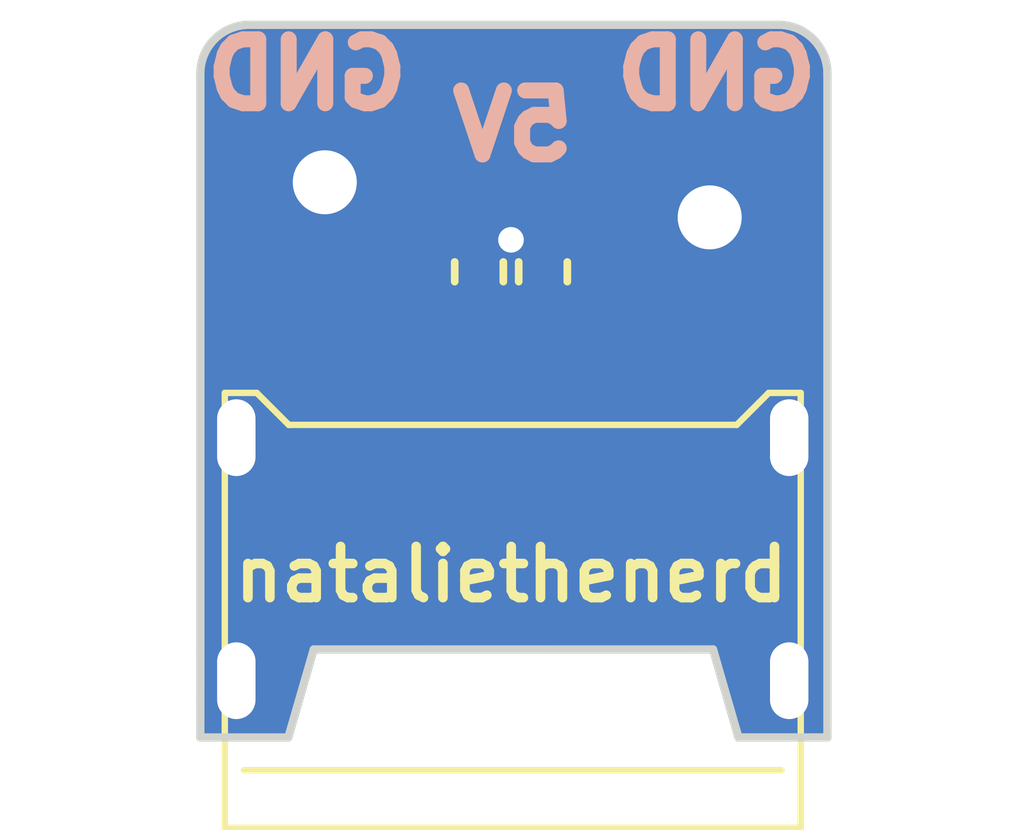
<source format=kicad_pcb>
(kicad_pcb (version 20221018) (generator pcbnew)
  (layers (0 "F.Cu" signal) (31 "B.Cu" signal) (34 "B.Paste" user) (35 "F.Paste" user) (36 "B.SilkS" user "B.Silkscreen") (37 "F.SilkS" user "F.Silkscreen") (38 "B.Mask" user) (39 "F.Mask" user) (44 "Edge.Cuts" user))
  (net 0 "")
  (net 1 "GND")
  (net 2 "+5V")
  (net 3 "Net-(J1-CC1)")
  (net 4 "Net-(J1-CC2)")
  (footprint "Resistor_SMD:R_0402_1005Metric" (layer "F.Cu") (at 137.2 102.1 90)
    (fp_text reference "R2" hide)
    (fp_text value "5.1K")
    (fp_line (start -0.153641 -0.38) (end 0.153641 -0.38) (stroke (width 0.12)) (layer "F.SilkS"))
    (fp_line (start -0.153641 0.38) (end 0.153641 0.38) (stroke (width 0.12)) (layer "F.SilkS"))
    (pad "1" smd roundrect (at -0.51 0 90) (size 0.54 0.64) (layers "F.Cu" "F.Paste" "F.Mask") (net 4 "Net-(J1-CC2)"))
    (pad "2" smd roundrect (at 0.51 0 90) (size 0.54 0.64) (layers "F.Cu" "F.Paste" "F.Mask") (net 1 "GND"))
  )
  (footprint "" (layer "F.Cu") (at 133.79 100.7 -90)
    (fp_text reference "" (at 0 0 90) (layer "F.SilkS") (effects (font (size 1.27 1.27))))
    (fp_text value "" (at 0 0 90) (layer "F.SilkS") (effects (font (size 1.27 1.27))))
    (pad "1" thru_hole oval (at 0 0 90) (size 2 1.4) (drill 1) (layers "*.Cu" "*.Mask") (net 1 "GND"))
  )
  (footprint "Resistor_SMD:R_0402_1005Metric" (layer "F.Cu") (at 136.2 102.1 -90)
    (fp_text reference "R1" hide)
    (fp_text value "5.1K")
    (fp_line (start -0.153641 -0.38) (end 0.153641 -0.38) (stroke (width 0.12)) (layer "F.SilkS"))
    (fp_line (start -0.153641 0.38) (end 0.153641 0.38) (stroke (width 0.12)) (layer "F.SilkS"))
    (pad "1" smd roundrect (at -0.51 0 270) (size 0.54 0.64) (layers "F.Cu" "F.Paste" "F.Mask") (net 1 "GND"))
    (pad "2" smd roundrect (at 0.51 0 270) (size 0.54 0.64) (layers "F.Cu" "F.Paste" "F.Mask") (net 3 "Net-(J1-CC1)"))
  )
  (footprint "USB-C-Power-tester:TYPE-C-31-M-17" (layer "F.Cu") (at 136.727312 108.493742)
    (fp_text reference "J1" hide)
    (fp_text value "USB_C_Receptacle_USB2.0")
    (fp_line (start -4.5 -4.5) (end -4.5 2.3) (stroke (width 0.1)) (layer "F.SilkS"))
    (fp_line (start -4.5 -4.5) (end -4 -4.5) (stroke (width 0.1)) (layer "F.SilkS"))
    (fp_line (start -4 -4.5) (end -3.5 -4) (stroke (width 0.1)) (layer "F.SilkS"))
    (fp_line (start -3.5 -4) (end 3.5 -4) (stroke (width 0.1)) (layer "F.SilkS"))
    (fp_line (start 3.5 -4) (end 4 -4.5) (stroke (width 0.1)) (layer "F.SilkS"))
    (fp_line (start 4 -4.5) (end 4.5 -4.5) (stroke (width 0.1)) (layer "F.SilkS"))
    (fp_line (start 4.2 1.4) (end -4.2 1.4) (stroke (width 0.1)) (layer "F.SilkS"))
    (fp_line (start 4.5 -4.5) (end 4.5 2.3) (stroke (width 0.1)) (layer "F.SilkS"))
    (fp_line (start 4.5 2.3) (end -4.5 2.3) (stroke (width 0.1)) (layer "F.SilkS"))
    (pad "1" thru_hole roundrect (at -4.32 -3.8) (size 1 1.6) (drill oval 0.6 1.2) (layers "*.Cu" "*.Mask") (roundrect_rratio 0.5) (net 1 "GND"))
    (pad "1" thru_hole roundrect (at -4.32 0) (size 1 1.6) (drill oval 0.6 1.2) (layers "*.Cu" "*.Mask") (roundrect_rratio 0.5) (net 1 "GND"))
    (pad "1" thru_hole roundrect (at 4.32 -3.8) (size 1 1.6) (drill oval 0.6 1.2) (layers "*.Cu" "*.Mask") (roundrect_rratio 0.5) (net 1 "GND"))
    (pad "1" thru_hole roundrect (at 4.32 0) (size 1 1.6) (drill oval 0.6 1.2) (layers "*.Cu" "*.Mask") (roundrect_rratio 0.5) (net 1 "GND"))
    (pad "A5" smd rect (at -0.5 -4.4) (size 0.8 1.2) (layers "F.Cu" "F.Paste" "F.Mask") (net 3 "Net-(J1-CC1)"))
    (pad "A5" smd rect (at -0.5 -3.8) (size 0.8 1.2) (layers "F.Cu" "F.Paste" "F.Mask") (net 3 "Net-(J1-CC1)"))
    (pad "A9" smd rect (at 1.52 -4.4) (size 0.8 1.2) (layers "F.Cu" "F.Paste" "F.Mask") (net 2 "+5V"))
    (pad "A9" smd rect (at 1.52 -3.8) (size 0.8 1.2) (layers "F.Cu" "F.Paste" "F.Mask") (net 2 "+5V"))
    (pad "A12" smd rect (at 2.75 -4.4) (size 0.8 1.2) (layers "F.Cu" "F.Paste" "F.Mask") (net 1 "GND"))
    (pad "A12" smd rect (at 2.75 -3.8) (size 0.8 1.2) (layers "F.Cu" "F.Paste" "F.Mask") (net 1 "GND"))
    (pad "B5" smd rect (at 0.5 -4.4) (size 0.8 1.2) (layers "F.Cu" "F.Paste" "F.Mask") (net 4 "Net-(J1-CC2)"))
    (pad "B5" smd rect (at 0.5 -3.8) (size 0.8 1.2) (layers "F.Cu" "F.Paste" "F.Mask") (net 4 "Net-(J1-CC2)"))
    (pad "B9" smd rect (at -1.52 -4.4) (size 0.8 1.2) (layers "F.Cu" "F.Paste" "F.Mask") (net 2 "+5V"))
    (pad "B9" smd rect (at -1.52 -3.8) (size 0.8 1.2) (layers "F.Cu" "F.Paste" "F.Mask") (net 2 "+5V"))
    (pad "B12" smd rect (at -2.75 -4.4) (size 0.8 1.2) (layers "F.Cu" "F.Paste" "F.Mask") (net 1 "GND"))
    (pad "B12" smd rect (at -2.75 -3.8) (size 0.8 1.2) (layers "F.Cu" "F.Paste" "F.Mask") (net 1 "GND"))
  )
  (footprint "" (layer "F.Cu") (at 139.804809 101.248816 -90)
    (fp_text reference "" (at 0 0 90) (layer "F.SilkS") (effects (font (size 1.27 1.27))))
    (fp_text value "" (at 0 0 90) (layer "F.SilkS") (effects (font (size 1.27 1.27))))
    (pad "1" thru_hole oval (at 0 0 270) (size 2 1.4) (drill 1) (layers "*.Cu" "*.Mask") (net 1 "GND"))
  )
  (footprint "" (layer "F.Cu") (at 136.8 99.5 90)
    (fp_text reference "" (at 0 0 90) (layer "F.SilkS") (effects (font (size 1.27 1.27))))
    (fp_text value "" (at 0 0 90) (layer "F.SilkS") (effects (font (size 1.27 1.27))))
    (pad "" smd rect (at 0 0 90) (size 2 3) (layers "F.Cu" "F.Paste" "F.Mask") (net 2 "+5V"))
  )
  (gr_line (start 133.21994 109.381893) (end 131.844394 109.381474) (stroke (width 0.13)) (layer "Edge.Cuts"))
  (gr_line (start 141.644813 109.380774) (end 141.644813 99) (stroke (width 0.13)) (layer "Edge.Cuts"))
  (gr_line (start 133.617406 108.005929) (end 135.39 108.005929) (stroke (width 0.13)) (layer "Edge.Cuts"))
  (gr_line (start 131.844813 108.005929) (end 131.844394 109.381474) (stroke (width 0.13)) (layer "Edge.Cuts"))
  (gr_arc (start 140.883034 98.238221) (mid 141.421693 98.461341) (end 141.644813 99) (stroke (width 0.13)) (layer "Edge.Cuts"))
  (gr_line (start 141.644813 109.380774) (end 140.254576 109.381193) (stroke (width 0.13)) (layer "Edge.Cuts"))
  (gr_line (start 133.21994 109.381893) (end 133.617406 108.005929) (stroke (width 0.13)) (layer "Edge.Cuts"))
  (gr_line (start 131.844813 99) (end 131.844813 108.005929) (stroke (width 0.13)) (layer "Edge.Cuts"))
  (gr_arc (start 131.844813 99) (mid 132.067933 98.461341) (end 132.606592 98.238221) (stroke (width 0.13)) (layer "Edge.Cuts"))
  (gr_line (start 140.883034 98.238221) (end 132.606592 98.238221) (stroke (width 0.13)) (layer "Edge.Cuts"))
  (gr_line (start 135.39 108.005929) (end 139.857108 108.005229) (stroke (width 0.13)) (layer "Edge.Cuts"))
  (gr_line (start 139.857108 108.005229) (end 140.254576 109.381193) (stroke (width 0.13)) (layer "Edge.Cuts"))
  (gr_text "GND" (at 141.6 99.6) (layer "B.SilkS") (effects (font (size 1 1) (thickness 0.25) bold) (justify left bottom mirror)))
  (gr_text "GND" (at 135.2 99.6) (layer "B.SilkS") (effects (font (size 1 1) (thickness 0.25) bold) (justify left bottom mirror)))
  (gr_text "5V" (at 137.8 100.4) (layer "B.SilkS") (effects (font (size 1 1) (thickness 0.25) bold) (justify left bottom mirror)))
  (gr_text "nataliethenerd" (at 132.3 107.3) (layer "F.SilkS") (effects (font (size 0.8 0.8) (thickness 0.15) bold) (justify left bottom)))
  (via (at 136.7 101.6) (size 0.8) (drill 0.4) (layers "F.Cu" "B.Cu") (net 1))
  (segment (start 135.207312 105.543742) (end 135.207312 104.693742) (width 0.25) (layer "F.Cu") (net 2))
  (segment (start 138.091054 105.7) (end 135.36357 105.7) (width 0.25) (layer "F.Cu") (net 2))
  (segment (start 135.36357 105.7) (end 135.207312 105.543742) (width 0.25) (layer "F.Cu") (net 2))
  (segment (start 138.247312 104.693742) (end 138.247312 105.543742) (width 0.25) (layer "F.Cu") (net 2))
  (segment (start 138.247312 105.543742) (end 138.091054 105.7) (width 0.25) (layer "F.Cu") (net 2))
  (segment (start 136.2 102.61) (end 136.2 104.06643) (width 0.25) (layer "F.Cu") (net 3))
  (segment (start 136.2 104.06643) (end 136.227312 104.093742) (width 0.25) (layer "F.Cu") (net 3))
  (segment (start 137.227312 102.637312) (end 137.2 102.61) (width 0.25) (layer "F.Cu") (net 4))
  (segment (start 137.227312 104.093742) (end 137.227312 102.637312) (width 0.25) (layer "F.Cu") (net 4))
  (zone (net 2) (net_name "+5V") (layer "F.Cu") (priority 1) (connect_pads yes (clearance 0.1)) (min_thickness 0.1) (fill yes (thermal_gap 0.1) (thermal_bridge_width 0.1))
    (polygon (pts (xy 134.8 104.2) (xy 134.8 100.4) (xy 135.5 99.7) (xy 138 99.7) (xy 138.8 100.5) (xy 138.8 104.7) (xy 137.9 104.7) (xy 137.9 100.5) (xy 135.6 100.5) (xy 135.6 104.1) (xy 135.5 104.2)))
  )
  (zone (net 1) (net_name "GND") (layers "F&B.Cu") (connect_pads yes (clearance 0.1)) (min_thickness 0.1) (fill yes (thermal_gap 0.1) (thermal_bridge_width 0.1))
    (polygon (pts (xy 131.4 97.9) (xy 131.4 110) (xy 142 110) (xy 142.2 109.8) (xy 142.2 98.1) (xy 142 97.9)))
  )
)
</source>
